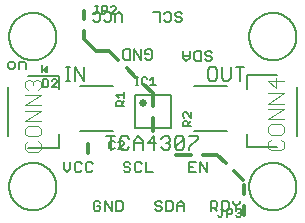
<source format=gbr>
G04 EAGLE Gerber RS-274X export*
G75*
%MOMM*%
%FSLAX34Y34*%
%LPD*%
%INSilkscreen Top*%
%IPPOS*%
%AMOC8*
5,1,8,0,0,1.08239X$1,22.5*%
G01*
%ADD10C,0.152400*%
%ADD11C,0.127000*%
%ADD12C,0.304800*%
%ADD13C,0.203200*%
%ADD14C,0.101600*%
%ADD15R,0.127000X0.762000*%
%ADD16C,0.650000*%

G36*
X37348Y121163D02*
X37348Y121163D01*
X37377Y121160D01*
X37469Y121180D01*
X37562Y121193D01*
X37589Y121206D01*
X37618Y121212D01*
X37698Y121260D01*
X37782Y121302D01*
X37803Y121323D01*
X37829Y121338D01*
X37890Y121410D01*
X37956Y121476D01*
X37969Y121502D01*
X37989Y121525D01*
X38024Y121612D01*
X38066Y121696D01*
X38070Y121726D01*
X38081Y121753D01*
X38099Y121920D01*
X38099Y127000D01*
X38094Y127029D01*
X38097Y127059D01*
X38075Y127150D01*
X38060Y127243D01*
X38046Y127269D01*
X38039Y127298D01*
X37988Y127377D01*
X37944Y127460D01*
X37923Y127481D01*
X37907Y127506D01*
X37834Y127565D01*
X37766Y127630D01*
X37739Y127642D01*
X37716Y127661D01*
X37628Y127694D01*
X37543Y127733D01*
X37513Y127736D01*
X37486Y127747D01*
X37392Y127750D01*
X37299Y127760D01*
X37269Y127754D01*
X37240Y127755D01*
X37150Y127728D01*
X37058Y127708D01*
X37033Y127693D01*
X37004Y127684D01*
X36862Y127594D01*
X33687Y125054D01*
X33618Y124977D01*
X33545Y124904D01*
X33536Y124887D01*
X33523Y124872D01*
X33481Y124776D01*
X33435Y124684D01*
X33433Y124664D01*
X33425Y124646D01*
X33416Y124543D01*
X33402Y124440D01*
X33406Y124421D01*
X33404Y124401D01*
X33429Y124300D01*
X33448Y124198D01*
X33458Y124181D01*
X33462Y124162D01*
X33518Y124075D01*
X33569Y123984D01*
X33586Y123967D01*
X33594Y123954D01*
X33619Y123934D01*
X33687Y123866D01*
X36862Y121326D01*
X36888Y121311D01*
X36910Y121291D01*
X36995Y121251D01*
X37077Y121205D01*
X37106Y121199D01*
X37133Y121187D01*
X37226Y121177D01*
X37318Y121159D01*
X37348Y121163D01*
G37*
D10*
X51499Y46235D02*
X51499Y40473D01*
X54380Y37592D01*
X57261Y40473D01*
X57261Y46235D01*
X65176Y46235D02*
X66617Y44795D01*
X65176Y46235D02*
X62295Y46235D01*
X60854Y44795D01*
X60854Y39033D01*
X62295Y37592D01*
X65176Y37592D01*
X66617Y39033D01*
X74531Y46235D02*
X75972Y44795D01*
X74531Y46235D02*
X71650Y46235D01*
X70210Y44795D01*
X70210Y39033D01*
X71650Y37592D01*
X74531Y37592D01*
X75972Y39033D01*
X81221Y13215D02*
X82661Y11775D01*
X81221Y13215D02*
X78340Y13215D01*
X76899Y11775D01*
X76899Y6013D01*
X78340Y4572D01*
X81221Y4572D01*
X82661Y6013D01*
X82661Y8894D01*
X79780Y8894D01*
X86254Y13215D02*
X86254Y4572D01*
X92017Y4572D02*
X86254Y13215D01*
X92017Y13215D02*
X92017Y4572D01*
X95610Y4572D02*
X95610Y13215D01*
X95610Y4572D02*
X99931Y4572D01*
X101372Y6013D01*
X101372Y11775D01*
X99931Y13215D01*
X95610Y13215D01*
X108061Y44795D02*
X106621Y46235D01*
X103740Y46235D01*
X102299Y44795D01*
X102299Y43354D01*
X103740Y41914D01*
X106621Y41914D01*
X108061Y40473D01*
X108061Y39033D01*
X106621Y37592D01*
X103740Y37592D01*
X102299Y39033D01*
X115976Y46235D02*
X117417Y44795D01*
X115976Y46235D02*
X113095Y46235D01*
X111654Y44795D01*
X111654Y39033D01*
X113095Y37592D01*
X115976Y37592D01*
X117417Y39033D01*
X121010Y37592D02*
X121010Y46235D01*
X121010Y37592D02*
X126772Y37592D01*
X133291Y13215D02*
X134731Y11775D01*
X133291Y13215D02*
X130410Y13215D01*
X128969Y11775D01*
X128969Y10334D01*
X130410Y8894D01*
X133291Y8894D01*
X134731Y7453D01*
X134731Y6013D01*
X133291Y4572D01*
X130410Y4572D01*
X128969Y6013D01*
X138324Y4572D02*
X138324Y13215D01*
X138324Y4572D02*
X142646Y4572D01*
X144087Y6013D01*
X144087Y11775D01*
X142646Y13215D01*
X138324Y13215D01*
X147680Y10334D02*
X147680Y4572D01*
X147680Y10334D02*
X150561Y13215D01*
X153442Y10334D01*
X153442Y4572D01*
X153442Y8894D02*
X147680Y8894D01*
D11*
X8894Y125095D02*
X5928Y125095D01*
X8894Y125095D02*
X10377Y126578D01*
X10377Y129544D01*
X8894Y131027D01*
X5928Y131027D01*
X4445Y129544D01*
X4445Y126578D01*
X5928Y125095D01*
X13800Y125095D02*
X13800Y131027D01*
X18249Y131027D01*
X19732Y129544D01*
X19732Y125095D01*
D10*
X100901Y164585D02*
X100901Y170347D01*
X98020Y173228D01*
X95139Y170347D01*
X95139Y164585D01*
X87224Y164585D02*
X85783Y166025D01*
X87224Y164585D02*
X90105Y164585D01*
X91546Y166025D01*
X91546Y171787D01*
X90105Y173228D01*
X87224Y173228D01*
X85783Y171787D01*
X77869Y164585D02*
X76428Y166025D01*
X77869Y164585D02*
X80750Y164585D01*
X82190Y166025D01*
X82190Y171787D01*
X80750Y173228D01*
X77869Y173228D01*
X76428Y171787D01*
X145939Y166025D02*
X147379Y164585D01*
X150260Y164585D01*
X151701Y166025D01*
X151701Y167466D01*
X150260Y168906D01*
X147379Y168906D01*
X145939Y170347D01*
X145939Y171787D01*
X147379Y173228D01*
X150260Y173228D01*
X151701Y171787D01*
X138024Y164585D02*
X136583Y166025D01*
X138024Y164585D02*
X140905Y164585D01*
X142346Y166025D01*
X142346Y171787D01*
X140905Y173228D01*
X138024Y173228D01*
X136583Y171787D01*
X132990Y173228D02*
X132990Y164585D01*
X132990Y173228D02*
X127228Y173228D01*
X171339Y133005D02*
X172779Y131565D01*
X175660Y131565D01*
X177101Y133005D01*
X177101Y134446D01*
X175660Y135886D01*
X172779Y135886D01*
X171339Y137327D01*
X171339Y138767D01*
X172779Y140208D01*
X175660Y140208D01*
X177101Y138767D01*
X167746Y140208D02*
X167746Y131565D01*
X167746Y140208D02*
X163424Y140208D01*
X161983Y138767D01*
X161983Y133005D01*
X163424Y131565D01*
X167746Y131565D01*
X158390Y134446D02*
X158390Y140208D01*
X158390Y134446D02*
X155509Y131565D01*
X152628Y134446D01*
X152628Y140208D01*
X152628Y135886D02*
X158390Y135886D01*
X121979Y132835D02*
X120539Y134275D01*
X121979Y132835D02*
X124860Y132835D01*
X126301Y134275D01*
X126301Y140037D01*
X124860Y141478D01*
X121979Y141478D01*
X120539Y140037D01*
X120539Y137156D01*
X123420Y137156D01*
X116946Y132835D02*
X116946Y141478D01*
X111183Y141478D02*
X116946Y132835D01*
X111183Y132835D02*
X111183Y141478D01*
X107590Y141478D02*
X107590Y132835D01*
X107590Y141478D02*
X103269Y141478D01*
X101828Y140037D01*
X101828Y134275D01*
X103269Y132835D01*
X107590Y132835D01*
X91197Y67828D02*
X91197Y56642D01*
X94925Y67828D02*
X87468Y67828D01*
X104755Y67828D02*
X106619Y65963D01*
X104755Y67828D02*
X101026Y67828D01*
X99162Y65963D01*
X99162Y58506D01*
X101026Y56642D01*
X104755Y56642D01*
X106619Y58506D01*
X110856Y56642D02*
X110856Y64099D01*
X114584Y67828D01*
X118313Y64099D01*
X118313Y56642D01*
X118313Y62235D02*
X110856Y62235D01*
X128143Y56642D02*
X128143Y67828D01*
X122550Y62235D01*
X130007Y62235D01*
X134244Y65963D02*
X136108Y67828D01*
X139837Y67828D01*
X141701Y65963D01*
X141701Y64099D01*
X139837Y62235D01*
X137972Y62235D01*
X139837Y62235D02*
X141701Y60371D01*
X141701Y58506D01*
X139837Y56642D01*
X136108Y56642D01*
X134244Y58506D01*
X145938Y58506D02*
X145938Y65963D01*
X147802Y67828D01*
X151531Y67828D01*
X153395Y65963D01*
X153395Y58506D01*
X151531Y56642D01*
X147802Y56642D01*
X145938Y58506D01*
X153395Y65963D01*
X157632Y67828D02*
X165089Y67828D01*
X165089Y65963D01*
X157632Y58506D01*
X157632Y56642D01*
D12*
X68580Y166925D02*
X68580Y173990D01*
X68580Y156925D02*
X68580Y149860D01*
X78740Y139700D01*
X90170Y139700D01*
X97651Y132477D01*
X104845Y125531D02*
X112325Y118309D01*
X119519Y111363D02*
X127000Y104140D01*
X127000Y93265D01*
X127000Y83265D02*
X127000Y72390D01*
X146685Y52070D02*
X159148Y52070D01*
X169148Y52070D02*
X181610Y52070D01*
X188817Y45075D01*
X195993Y38110D02*
X203200Y31115D01*
D10*
X163539Y46235D02*
X157777Y46235D01*
X157777Y37592D01*
X163539Y37592D01*
X160658Y41914D02*
X157777Y41914D01*
X167132Y46235D02*
X167132Y37592D01*
X172894Y37592D02*
X167132Y46235D01*
X172894Y46235D02*
X172894Y37592D01*
X175959Y13215D02*
X175959Y4572D01*
X175959Y13215D02*
X180281Y13215D01*
X181721Y11775D01*
X181721Y8894D01*
X180281Y7453D01*
X175959Y7453D01*
X178840Y7453D02*
X181721Y4572D01*
X185314Y4572D02*
X185314Y13215D01*
X185314Y4572D02*
X189636Y4572D01*
X191077Y6013D01*
X191077Y11775D01*
X189636Y13215D01*
X185314Y13215D01*
X194670Y13215D02*
X194670Y11775D01*
X197551Y8894D01*
X200432Y11775D01*
X200432Y13215D01*
X197551Y8894D02*
X197551Y4572D01*
X56976Y115062D02*
X53247Y115062D01*
X55111Y115062D02*
X55111Y126248D01*
X53247Y126248D02*
X56976Y126248D01*
X61043Y126248D02*
X61043Y115062D01*
X68500Y115062D02*
X61043Y126248D01*
X68500Y126248D02*
X68500Y115062D01*
X175585Y126248D02*
X179314Y126248D01*
X175585Y126248D02*
X173721Y124383D01*
X173721Y116926D01*
X175585Y115062D01*
X179314Y115062D01*
X181178Y116926D01*
X181178Y124383D01*
X179314Y126248D01*
X185415Y126248D02*
X185415Y116926D01*
X187279Y115062D01*
X191008Y115062D01*
X192872Y116926D01*
X192872Y126248D01*
X200837Y126248D02*
X200837Y115062D01*
X197109Y126248D02*
X204566Y126248D01*
D12*
X204470Y26670D02*
X204470Y18970D01*
X204470Y8970D02*
X204470Y1270D01*
D13*
X5400Y152400D02*
X5406Y152891D01*
X5424Y153381D01*
X5454Y153871D01*
X5496Y154360D01*
X5550Y154848D01*
X5616Y155335D01*
X5694Y155819D01*
X5784Y156302D01*
X5886Y156782D01*
X5999Y157260D01*
X6124Y157734D01*
X6261Y158206D01*
X6409Y158674D01*
X6569Y159138D01*
X6740Y159598D01*
X6922Y160054D01*
X7116Y160505D01*
X7320Y160951D01*
X7536Y161392D01*
X7762Y161828D01*
X7998Y162258D01*
X8245Y162682D01*
X8503Y163100D01*
X8771Y163511D01*
X9048Y163916D01*
X9336Y164314D01*
X9633Y164705D01*
X9940Y165088D01*
X10256Y165463D01*
X10581Y165831D01*
X10915Y166191D01*
X11258Y166542D01*
X11609Y166885D01*
X11969Y167219D01*
X12337Y167544D01*
X12712Y167860D01*
X13095Y168167D01*
X13486Y168464D01*
X13884Y168752D01*
X14289Y169029D01*
X14700Y169297D01*
X15118Y169555D01*
X15542Y169802D01*
X15972Y170038D01*
X16408Y170264D01*
X16849Y170480D01*
X17295Y170684D01*
X17746Y170878D01*
X18202Y171060D01*
X18662Y171231D01*
X19126Y171391D01*
X19594Y171539D01*
X20066Y171676D01*
X20540Y171801D01*
X21018Y171914D01*
X21498Y172016D01*
X21981Y172106D01*
X22465Y172184D01*
X22952Y172250D01*
X23440Y172304D01*
X23929Y172346D01*
X24419Y172376D01*
X24909Y172394D01*
X25400Y172400D01*
X25891Y172394D01*
X26381Y172376D01*
X26871Y172346D01*
X27360Y172304D01*
X27848Y172250D01*
X28335Y172184D01*
X28819Y172106D01*
X29302Y172016D01*
X29782Y171914D01*
X30260Y171801D01*
X30734Y171676D01*
X31206Y171539D01*
X31674Y171391D01*
X32138Y171231D01*
X32598Y171060D01*
X33054Y170878D01*
X33505Y170684D01*
X33951Y170480D01*
X34392Y170264D01*
X34828Y170038D01*
X35258Y169802D01*
X35682Y169555D01*
X36100Y169297D01*
X36511Y169029D01*
X36916Y168752D01*
X37314Y168464D01*
X37705Y168167D01*
X38088Y167860D01*
X38463Y167544D01*
X38831Y167219D01*
X39191Y166885D01*
X39542Y166542D01*
X39885Y166191D01*
X40219Y165831D01*
X40544Y165463D01*
X40860Y165088D01*
X41167Y164705D01*
X41464Y164314D01*
X41752Y163916D01*
X42029Y163511D01*
X42297Y163100D01*
X42555Y162682D01*
X42802Y162258D01*
X43038Y161828D01*
X43264Y161392D01*
X43480Y160951D01*
X43684Y160505D01*
X43878Y160054D01*
X44060Y159598D01*
X44231Y159138D01*
X44391Y158674D01*
X44539Y158206D01*
X44676Y157734D01*
X44801Y157260D01*
X44914Y156782D01*
X45016Y156302D01*
X45106Y155819D01*
X45184Y155335D01*
X45250Y154848D01*
X45304Y154360D01*
X45346Y153871D01*
X45376Y153381D01*
X45394Y152891D01*
X45400Y152400D01*
X45394Y151909D01*
X45376Y151419D01*
X45346Y150929D01*
X45304Y150440D01*
X45250Y149952D01*
X45184Y149465D01*
X45106Y148981D01*
X45016Y148498D01*
X44914Y148018D01*
X44801Y147540D01*
X44676Y147066D01*
X44539Y146594D01*
X44391Y146126D01*
X44231Y145662D01*
X44060Y145202D01*
X43878Y144746D01*
X43684Y144295D01*
X43480Y143849D01*
X43264Y143408D01*
X43038Y142972D01*
X42802Y142542D01*
X42555Y142118D01*
X42297Y141700D01*
X42029Y141289D01*
X41752Y140884D01*
X41464Y140486D01*
X41167Y140095D01*
X40860Y139712D01*
X40544Y139337D01*
X40219Y138969D01*
X39885Y138609D01*
X39542Y138258D01*
X39191Y137915D01*
X38831Y137581D01*
X38463Y137256D01*
X38088Y136940D01*
X37705Y136633D01*
X37314Y136336D01*
X36916Y136048D01*
X36511Y135771D01*
X36100Y135503D01*
X35682Y135245D01*
X35258Y134998D01*
X34828Y134762D01*
X34392Y134536D01*
X33951Y134320D01*
X33505Y134116D01*
X33054Y133922D01*
X32598Y133740D01*
X32138Y133569D01*
X31674Y133409D01*
X31206Y133261D01*
X30734Y133124D01*
X30260Y132999D01*
X29782Y132886D01*
X29302Y132784D01*
X28819Y132694D01*
X28335Y132616D01*
X27848Y132550D01*
X27360Y132496D01*
X26871Y132454D01*
X26381Y132424D01*
X25891Y132406D01*
X25400Y132400D01*
X24909Y132406D01*
X24419Y132424D01*
X23929Y132454D01*
X23440Y132496D01*
X22952Y132550D01*
X22465Y132616D01*
X21981Y132694D01*
X21498Y132784D01*
X21018Y132886D01*
X20540Y132999D01*
X20066Y133124D01*
X19594Y133261D01*
X19126Y133409D01*
X18662Y133569D01*
X18202Y133740D01*
X17746Y133922D01*
X17295Y134116D01*
X16849Y134320D01*
X16408Y134536D01*
X15972Y134762D01*
X15542Y134998D01*
X15118Y135245D01*
X14700Y135503D01*
X14289Y135771D01*
X13884Y136048D01*
X13486Y136336D01*
X13095Y136633D01*
X12712Y136940D01*
X12337Y137256D01*
X11969Y137581D01*
X11609Y137915D01*
X11258Y138258D01*
X10915Y138609D01*
X10581Y138969D01*
X10256Y139337D01*
X9940Y139712D01*
X9633Y140095D01*
X9336Y140486D01*
X9048Y140884D01*
X8771Y141289D01*
X8503Y141700D01*
X8245Y142118D01*
X7998Y142542D01*
X7762Y142972D01*
X7536Y143408D01*
X7320Y143849D01*
X7116Y144295D01*
X6922Y144746D01*
X6740Y145202D01*
X6569Y145662D01*
X6409Y146126D01*
X6261Y146594D01*
X6124Y147066D01*
X5999Y147540D01*
X5886Y148018D01*
X5784Y148498D01*
X5694Y148981D01*
X5616Y149465D01*
X5550Y149952D01*
X5496Y150440D01*
X5454Y150929D01*
X5424Y151419D01*
X5406Y151909D01*
X5400Y152400D01*
X208600Y152400D02*
X208606Y152891D01*
X208624Y153381D01*
X208654Y153871D01*
X208696Y154360D01*
X208750Y154848D01*
X208816Y155335D01*
X208894Y155819D01*
X208984Y156302D01*
X209086Y156782D01*
X209199Y157260D01*
X209324Y157734D01*
X209461Y158206D01*
X209609Y158674D01*
X209769Y159138D01*
X209940Y159598D01*
X210122Y160054D01*
X210316Y160505D01*
X210520Y160951D01*
X210736Y161392D01*
X210962Y161828D01*
X211198Y162258D01*
X211445Y162682D01*
X211703Y163100D01*
X211971Y163511D01*
X212248Y163916D01*
X212536Y164314D01*
X212833Y164705D01*
X213140Y165088D01*
X213456Y165463D01*
X213781Y165831D01*
X214115Y166191D01*
X214458Y166542D01*
X214809Y166885D01*
X215169Y167219D01*
X215537Y167544D01*
X215912Y167860D01*
X216295Y168167D01*
X216686Y168464D01*
X217084Y168752D01*
X217489Y169029D01*
X217900Y169297D01*
X218318Y169555D01*
X218742Y169802D01*
X219172Y170038D01*
X219608Y170264D01*
X220049Y170480D01*
X220495Y170684D01*
X220946Y170878D01*
X221402Y171060D01*
X221862Y171231D01*
X222326Y171391D01*
X222794Y171539D01*
X223266Y171676D01*
X223740Y171801D01*
X224218Y171914D01*
X224698Y172016D01*
X225181Y172106D01*
X225665Y172184D01*
X226152Y172250D01*
X226640Y172304D01*
X227129Y172346D01*
X227619Y172376D01*
X228109Y172394D01*
X228600Y172400D01*
X229091Y172394D01*
X229581Y172376D01*
X230071Y172346D01*
X230560Y172304D01*
X231048Y172250D01*
X231535Y172184D01*
X232019Y172106D01*
X232502Y172016D01*
X232982Y171914D01*
X233460Y171801D01*
X233934Y171676D01*
X234406Y171539D01*
X234874Y171391D01*
X235338Y171231D01*
X235798Y171060D01*
X236254Y170878D01*
X236705Y170684D01*
X237151Y170480D01*
X237592Y170264D01*
X238028Y170038D01*
X238458Y169802D01*
X238882Y169555D01*
X239300Y169297D01*
X239711Y169029D01*
X240116Y168752D01*
X240514Y168464D01*
X240905Y168167D01*
X241288Y167860D01*
X241663Y167544D01*
X242031Y167219D01*
X242391Y166885D01*
X242742Y166542D01*
X243085Y166191D01*
X243419Y165831D01*
X243744Y165463D01*
X244060Y165088D01*
X244367Y164705D01*
X244664Y164314D01*
X244952Y163916D01*
X245229Y163511D01*
X245497Y163100D01*
X245755Y162682D01*
X246002Y162258D01*
X246238Y161828D01*
X246464Y161392D01*
X246680Y160951D01*
X246884Y160505D01*
X247078Y160054D01*
X247260Y159598D01*
X247431Y159138D01*
X247591Y158674D01*
X247739Y158206D01*
X247876Y157734D01*
X248001Y157260D01*
X248114Y156782D01*
X248216Y156302D01*
X248306Y155819D01*
X248384Y155335D01*
X248450Y154848D01*
X248504Y154360D01*
X248546Y153871D01*
X248576Y153381D01*
X248594Y152891D01*
X248600Y152400D01*
X248594Y151909D01*
X248576Y151419D01*
X248546Y150929D01*
X248504Y150440D01*
X248450Y149952D01*
X248384Y149465D01*
X248306Y148981D01*
X248216Y148498D01*
X248114Y148018D01*
X248001Y147540D01*
X247876Y147066D01*
X247739Y146594D01*
X247591Y146126D01*
X247431Y145662D01*
X247260Y145202D01*
X247078Y144746D01*
X246884Y144295D01*
X246680Y143849D01*
X246464Y143408D01*
X246238Y142972D01*
X246002Y142542D01*
X245755Y142118D01*
X245497Y141700D01*
X245229Y141289D01*
X244952Y140884D01*
X244664Y140486D01*
X244367Y140095D01*
X244060Y139712D01*
X243744Y139337D01*
X243419Y138969D01*
X243085Y138609D01*
X242742Y138258D01*
X242391Y137915D01*
X242031Y137581D01*
X241663Y137256D01*
X241288Y136940D01*
X240905Y136633D01*
X240514Y136336D01*
X240116Y136048D01*
X239711Y135771D01*
X239300Y135503D01*
X238882Y135245D01*
X238458Y134998D01*
X238028Y134762D01*
X237592Y134536D01*
X237151Y134320D01*
X236705Y134116D01*
X236254Y133922D01*
X235798Y133740D01*
X235338Y133569D01*
X234874Y133409D01*
X234406Y133261D01*
X233934Y133124D01*
X233460Y132999D01*
X232982Y132886D01*
X232502Y132784D01*
X232019Y132694D01*
X231535Y132616D01*
X231048Y132550D01*
X230560Y132496D01*
X230071Y132454D01*
X229581Y132424D01*
X229091Y132406D01*
X228600Y132400D01*
X228109Y132406D01*
X227619Y132424D01*
X227129Y132454D01*
X226640Y132496D01*
X226152Y132550D01*
X225665Y132616D01*
X225181Y132694D01*
X224698Y132784D01*
X224218Y132886D01*
X223740Y132999D01*
X223266Y133124D01*
X222794Y133261D01*
X222326Y133409D01*
X221862Y133569D01*
X221402Y133740D01*
X220946Y133922D01*
X220495Y134116D01*
X220049Y134320D01*
X219608Y134536D01*
X219172Y134762D01*
X218742Y134998D01*
X218318Y135245D01*
X217900Y135503D01*
X217489Y135771D01*
X217084Y136048D01*
X216686Y136336D01*
X216295Y136633D01*
X215912Y136940D01*
X215537Y137256D01*
X215169Y137581D01*
X214809Y137915D01*
X214458Y138258D01*
X214115Y138609D01*
X213781Y138969D01*
X213456Y139337D01*
X213140Y139712D01*
X212833Y140095D01*
X212536Y140486D01*
X212248Y140884D01*
X211971Y141289D01*
X211703Y141700D01*
X211445Y142118D01*
X211198Y142542D01*
X210962Y142972D01*
X210736Y143408D01*
X210520Y143849D01*
X210316Y144295D01*
X210122Y144746D01*
X209940Y145202D01*
X209769Y145662D01*
X209609Y146126D01*
X209461Y146594D01*
X209324Y147066D01*
X209199Y147540D01*
X209086Y148018D01*
X208984Y148498D01*
X208894Y148981D01*
X208816Y149465D01*
X208750Y149952D01*
X208696Y150440D01*
X208654Y150929D01*
X208624Y151419D01*
X208606Y151909D01*
X208600Y152400D01*
D10*
X47540Y118900D02*
X21540Y118900D01*
X47540Y118900D02*
X47540Y107900D01*
X47540Y69900D02*
X47540Y57900D01*
X21540Y57900D01*
X4540Y67900D02*
X4540Y109900D01*
D14*
X21060Y63495D02*
X18857Y61291D01*
X18857Y56885D01*
X21060Y54682D01*
X29873Y54682D01*
X32076Y56885D01*
X32076Y61291D01*
X29873Y63495D01*
X18857Y69982D02*
X18857Y74389D01*
X18857Y69982D02*
X21060Y67779D01*
X29873Y67779D01*
X32076Y69982D01*
X32076Y74389D01*
X29873Y76592D01*
X21060Y76592D01*
X18857Y74389D01*
X18857Y80876D02*
X32076Y80876D01*
X32076Y89689D02*
X18857Y80876D01*
X18857Y89689D02*
X32076Y89689D01*
X32076Y93973D02*
X18857Y93973D01*
X32076Y102786D01*
X18857Y102786D01*
X21060Y107071D02*
X18857Y109274D01*
X18857Y113680D01*
X21060Y115884D01*
X23263Y115884D01*
X25466Y113680D01*
X25466Y111477D01*
X25466Y113680D02*
X27670Y115884D01*
X29873Y115884D01*
X32076Y113680D01*
X32076Y109274D01*
X29873Y107071D01*
D10*
X206460Y58900D02*
X232460Y58900D01*
X206460Y58900D02*
X206460Y69900D01*
X206460Y107900D02*
X206460Y119900D01*
X232460Y119900D01*
X249460Y109900D02*
X249460Y67900D01*
D14*
X226656Y64921D02*
X224453Y62718D01*
X224453Y58311D01*
X226656Y56108D01*
X235469Y56108D01*
X237672Y58311D01*
X237672Y62718D01*
X235469Y64921D01*
X224453Y71408D02*
X224453Y75815D01*
X224453Y71408D02*
X226656Y69205D01*
X235469Y69205D01*
X237672Y71408D01*
X237672Y75815D01*
X235469Y78018D01*
X226656Y78018D01*
X224453Y75815D01*
X224453Y82303D02*
X237672Y82303D01*
X237672Y91115D02*
X224453Y82303D01*
X224453Y91115D02*
X237672Y91115D01*
X237672Y95400D02*
X224453Y95400D01*
X237672Y104213D01*
X224453Y104213D01*
X224453Y115107D02*
X237672Y115107D01*
X231062Y108497D02*
X224453Y115107D01*
X231062Y117310D02*
X231062Y108497D01*
D13*
X5400Y25400D02*
X5406Y25891D01*
X5424Y26381D01*
X5454Y26871D01*
X5496Y27360D01*
X5550Y27848D01*
X5616Y28335D01*
X5694Y28819D01*
X5784Y29302D01*
X5886Y29782D01*
X5999Y30260D01*
X6124Y30734D01*
X6261Y31206D01*
X6409Y31674D01*
X6569Y32138D01*
X6740Y32598D01*
X6922Y33054D01*
X7116Y33505D01*
X7320Y33951D01*
X7536Y34392D01*
X7762Y34828D01*
X7998Y35258D01*
X8245Y35682D01*
X8503Y36100D01*
X8771Y36511D01*
X9048Y36916D01*
X9336Y37314D01*
X9633Y37705D01*
X9940Y38088D01*
X10256Y38463D01*
X10581Y38831D01*
X10915Y39191D01*
X11258Y39542D01*
X11609Y39885D01*
X11969Y40219D01*
X12337Y40544D01*
X12712Y40860D01*
X13095Y41167D01*
X13486Y41464D01*
X13884Y41752D01*
X14289Y42029D01*
X14700Y42297D01*
X15118Y42555D01*
X15542Y42802D01*
X15972Y43038D01*
X16408Y43264D01*
X16849Y43480D01*
X17295Y43684D01*
X17746Y43878D01*
X18202Y44060D01*
X18662Y44231D01*
X19126Y44391D01*
X19594Y44539D01*
X20066Y44676D01*
X20540Y44801D01*
X21018Y44914D01*
X21498Y45016D01*
X21981Y45106D01*
X22465Y45184D01*
X22952Y45250D01*
X23440Y45304D01*
X23929Y45346D01*
X24419Y45376D01*
X24909Y45394D01*
X25400Y45400D01*
X25891Y45394D01*
X26381Y45376D01*
X26871Y45346D01*
X27360Y45304D01*
X27848Y45250D01*
X28335Y45184D01*
X28819Y45106D01*
X29302Y45016D01*
X29782Y44914D01*
X30260Y44801D01*
X30734Y44676D01*
X31206Y44539D01*
X31674Y44391D01*
X32138Y44231D01*
X32598Y44060D01*
X33054Y43878D01*
X33505Y43684D01*
X33951Y43480D01*
X34392Y43264D01*
X34828Y43038D01*
X35258Y42802D01*
X35682Y42555D01*
X36100Y42297D01*
X36511Y42029D01*
X36916Y41752D01*
X37314Y41464D01*
X37705Y41167D01*
X38088Y40860D01*
X38463Y40544D01*
X38831Y40219D01*
X39191Y39885D01*
X39542Y39542D01*
X39885Y39191D01*
X40219Y38831D01*
X40544Y38463D01*
X40860Y38088D01*
X41167Y37705D01*
X41464Y37314D01*
X41752Y36916D01*
X42029Y36511D01*
X42297Y36100D01*
X42555Y35682D01*
X42802Y35258D01*
X43038Y34828D01*
X43264Y34392D01*
X43480Y33951D01*
X43684Y33505D01*
X43878Y33054D01*
X44060Y32598D01*
X44231Y32138D01*
X44391Y31674D01*
X44539Y31206D01*
X44676Y30734D01*
X44801Y30260D01*
X44914Y29782D01*
X45016Y29302D01*
X45106Y28819D01*
X45184Y28335D01*
X45250Y27848D01*
X45304Y27360D01*
X45346Y26871D01*
X45376Y26381D01*
X45394Y25891D01*
X45400Y25400D01*
X45394Y24909D01*
X45376Y24419D01*
X45346Y23929D01*
X45304Y23440D01*
X45250Y22952D01*
X45184Y22465D01*
X45106Y21981D01*
X45016Y21498D01*
X44914Y21018D01*
X44801Y20540D01*
X44676Y20066D01*
X44539Y19594D01*
X44391Y19126D01*
X44231Y18662D01*
X44060Y18202D01*
X43878Y17746D01*
X43684Y17295D01*
X43480Y16849D01*
X43264Y16408D01*
X43038Y15972D01*
X42802Y15542D01*
X42555Y15118D01*
X42297Y14700D01*
X42029Y14289D01*
X41752Y13884D01*
X41464Y13486D01*
X41167Y13095D01*
X40860Y12712D01*
X40544Y12337D01*
X40219Y11969D01*
X39885Y11609D01*
X39542Y11258D01*
X39191Y10915D01*
X38831Y10581D01*
X38463Y10256D01*
X38088Y9940D01*
X37705Y9633D01*
X37314Y9336D01*
X36916Y9048D01*
X36511Y8771D01*
X36100Y8503D01*
X35682Y8245D01*
X35258Y7998D01*
X34828Y7762D01*
X34392Y7536D01*
X33951Y7320D01*
X33505Y7116D01*
X33054Y6922D01*
X32598Y6740D01*
X32138Y6569D01*
X31674Y6409D01*
X31206Y6261D01*
X30734Y6124D01*
X30260Y5999D01*
X29782Y5886D01*
X29302Y5784D01*
X28819Y5694D01*
X28335Y5616D01*
X27848Y5550D01*
X27360Y5496D01*
X26871Y5454D01*
X26381Y5424D01*
X25891Y5406D01*
X25400Y5400D01*
X24909Y5406D01*
X24419Y5424D01*
X23929Y5454D01*
X23440Y5496D01*
X22952Y5550D01*
X22465Y5616D01*
X21981Y5694D01*
X21498Y5784D01*
X21018Y5886D01*
X20540Y5999D01*
X20066Y6124D01*
X19594Y6261D01*
X19126Y6409D01*
X18662Y6569D01*
X18202Y6740D01*
X17746Y6922D01*
X17295Y7116D01*
X16849Y7320D01*
X16408Y7536D01*
X15972Y7762D01*
X15542Y7998D01*
X15118Y8245D01*
X14700Y8503D01*
X14289Y8771D01*
X13884Y9048D01*
X13486Y9336D01*
X13095Y9633D01*
X12712Y9940D01*
X12337Y10256D01*
X11969Y10581D01*
X11609Y10915D01*
X11258Y11258D01*
X10915Y11609D01*
X10581Y11969D01*
X10256Y12337D01*
X9940Y12712D01*
X9633Y13095D01*
X9336Y13486D01*
X9048Y13884D01*
X8771Y14289D01*
X8503Y14700D01*
X8245Y15118D01*
X7998Y15542D01*
X7762Y15972D01*
X7536Y16408D01*
X7320Y16849D01*
X7116Y17295D01*
X6922Y17746D01*
X6740Y18202D01*
X6569Y18662D01*
X6409Y19126D01*
X6261Y19594D01*
X6124Y20066D01*
X5999Y20540D01*
X5886Y21018D01*
X5784Y21498D01*
X5694Y21981D01*
X5616Y22465D01*
X5550Y22952D01*
X5496Y23440D01*
X5454Y23929D01*
X5424Y24419D01*
X5406Y24909D01*
X5400Y25400D01*
X208600Y25400D02*
X208606Y25891D01*
X208624Y26381D01*
X208654Y26871D01*
X208696Y27360D01*
X208750Y27848D01*
X208816Y28335D01*
X208894Y28819D01*
X208984Y29302D01*
X209086Y29782D01*
X209199Y30260D01*
X209324Y30734D01*
X209461Y31206D01*
X209609Y31674D01*
X209769Y32138D01*
X209940Y32598D01*
X210122Y33054D01*
X210316Y33505D01*
X210520Y33951D01*
X210736Y34392D01*
X210962Y34828D01*
X211198Y35258D01*
X211445Y35682D01*
X211703Y36100D01*
X211971Y36511D01*
X212248Y36916D01*
X212536Y37314D01*
X212833Y37705D01*
X213140Y38088D01*
X213456Y38463D01*
X213781Y38831D01*
X214115Y39191D01*
X214458Y39542D01*
X214809Y39885D01*
X215169Y40219D01*
X215537Y40544D01*
X215912Y40860D01*
X216295Y41167D01*
X216686Y41464D01*
X217084Y41752D01*
X217489Y42029D01*
X217900Y42297D01*
X218318Y42555D01*
X218742Y42802D01*
X219172Y43038D01*
X219608Y43264D01*
X220049Y43480D01*
X220495Y43684D01*
X220946Y43878D01*
X221402Y44060D01*
X221862Y44231D01*
X222326Y44391D01*
X222794Y44539D01*
X223266Y44676D01*
X223740Y44801D01*
X224218Y44914D01*
X224698Y45016D01*
X225181Y45106D01*
X225665Y45184D01*
X226152Y45250D01*
X226640Y45304D01*
X227129Y45346D01*
X227619Y45376D01*
X228109Y45394D01*
X228600Y45400D01*
X229091Y45394D01*
X229581Y45376D01*
X230071Y45346D01*
X230560Y45304D01*
X231048Y45250D01*
X231535Y45184D01*
X232019Y45106D01*
X232502Y45016D01*
X232982Y44914D01*
X233460Y44801D01*
X233934Y44676D01*
X234406Y44539D01*
X234874Y44391D01*
X235338Y44231D01*
X235798Y44060D01*
X236254Y43878D01*
X236705Y43684D01*
X237151Y43480D01*
X237592Y43264D01*
X238028Y43038D01*
X238458Y42802D01*
X238882Y42555D01*
X239300Y42297D01*
X239711Y42029D01*
X240116Y41752D01*
X240514Y41464D01*
X240905Y41167D01*
X241288Y40860D01*
X241663Y40544D01*
X242031Y40219D01*
X242391Y39885D01*
X242742Y39542D01*
X243085Y39191D01*
X243419Y38831D01*
X243744Y38463D01*
X244060Y38088D01*
X244367Y37705D01*
X244664Y37314D01*
X244952Y36916D01*
X245229Y36511D01*
X245497Y36100D01*
X245755Y35682D01*
X246002Y35258D01*
X246238Y34828D01*
X246464Y34392D01*
X246680Y33951D01*
X246884Y33505D01*
X247078Y33054D01*
X247260Y32598D01*
X247431Y32138D01*
X247591Y31674D01*
X247739Y31206D01*
X247876Y30734D01*
X248001Y30260D01*
X248114Y29782D01*
X248216Y29302D01*
X248306Y28819D01*
X248384Y28335D01*
X248450Y27848D01*
X248504Y27360D01*
X248546Y26871D01*
X248576Y26381D01*
X248594Y25891D01*
X248600Y25400D01*
X248594Y24909D01*
X248576Y24419D01*
X248546Y23929D01*
X248504Y23440D01*
X248450Y22952D01*
X248384Y22465D01*
X248306Y21981D01*
X248216Y21498D01*
X248114Y21018D01*
X248001Y20540D01*
X247876Y20066D01*
X247739Y19594D01*
X247591Y19126D01*
X247431Y18662D01*
X247260Y18202D01*
X247078Y17746D01*
X246884Y17295D01*
X246680Y16849D01*
X246464Y16408D01*
X246238Y15972D01*
X246002Y15542D01*
X245755Y15118D01*
X245497Y14700D01*
X245229Y14289D01*
X244952Y13884D01*
X244664Y13486D01*
X244367Y13095D01*
X244060Y12712D01*
X243744Y12337D01*
X243419Y11969D01*
X243085Y11609D01*
X242742Y11258D01*
X242391Y10915D01*
X242031Y10581D01*
X241663Y10256D01*
X241288Y9940D01*
X240905Y9633D01*
X240514Y9336D01*
X240116Y9048D01*
X239711Y8771D01*
X239300Y8503D01*
X238882Y8245D01*
X238458Y7998D01*
X238028Y7762D01*
X237592Y7536D01*
X237151Y7320D01*
X236705Y7116D01*
X236254Y6922D01*
X235798Y6740D01*
X235338Y6569D01*
X234874Y6409D01*
X234406Y6261D01*
X233934Y6124D01*
X233460Y5999D01*
X232982Y5886D01*
X232502Y5784D01*
X232019Y5694D01*
X231535Y5616D01*
X231048Y5550D01*
X230560Y5496D01*
X230071Y5454D01*
X229581Y5424D01*
X229091Y5406D01*
X228600Y5400D01*
X228109Y5406D01*
X227619Y5424D01*
X227129Y5454D01*
X226640Y5496D01*
X226152Y5550D01*
X225665Y5616D01*
X225181Y5694D01*
X224698Y5784D01*
X224218Y5886D01*
X223740Y5999D01*
X223266Y6124D01*
X222794Y6261D01*
X222326Y6409D01*
X221862Y6569D01*
X221402Y6740D01*
X220946Y6922D01*
X220495Y7116D01*
X220049Y7320D01*
X219608Y7536D01*
X219172Y7762D01*
X218742Y7998D01*
X218318Y8245D01*
X217900Y8503D01*
X217489Y8771D01*
X217084Y9048D01*
X216686Y9336D01*
X216295Y9633D01*
X215912Y9940D01*
X215537Y10256D01*
X215169Y10581D01*
X214809Y10915D01*
X214458Y11258D01*
X214115Y11609D01*
X213781Y11969D01*
X213456Y12337D01*
X213140Y12712D01*
X212833Y13095D01*
X212536Y13486D01*
X212248Y13884D01*
X211971Y14289D01*
X211703Y14700D01*
X211445Y15118D01*
X211198Y15542D01*
X210962Y15972D01*
X210736Y16408D01*
X210520Y16849D01*
X210316Y17295D01*
X210122Y17746D01*
X209940Y18202D01*
X209769Y18662D01*
X209609Y19126D01*
X209461Y19594D01*
X209324Y20066D01*
X209199Y20540D01*
X209086Y21018D01*
X208984Y21498D01*
X208894Y21981D01*
X208816Y22465D01*
X208750Y22952D01*
X208696Y23440D01*
X208654Y23929D01*
X208624Y24419D01*
X208606Y24909D01*
X208600Y25400D01*
D10*
X77302Y171450D02*
X76200Y172552D01*
X77302Y171450D02*
X78403Y171450D01*
X79505Y172552D01*
X79505Y178060D01*
X80606Y178060D02*
X78403Y178060D01*
X83684Y178060D02*
X83684Y171450D01*
X83684Y178060D02*
X86989Y178060D01*
X88091Y176958D01*
X88091Y174755D01*
X86989Y173653D01*
X83684Y173653D01*
X91168Y171450D02*
X95575Y171450D01*
X95575Y175856D02*
X91168Y171450D01*
X95575Y175856D02*
X95575Y176958D01*
X94473Y178060D01*
X92270Y178060D01*
X91168Y176958D01*
D12*
X71755Y61785D02*
X71755Y53785D01*
D10*
X93602Y63887D02*
X94703Y62785D01*
X93602Y63887D02*
X91399Y63887D01*
X90297Y62785D01*
X90297Y58379D01*
X91399Y57277D01*
X93602Y57277D01*
X94703Y58379D01*
X97781Y57277D02*
X102188Y57277D01*
X102188Y61683D02*
X97781Y57277D01*
X102188Y61683D02*
X102188Y62785D01*
X101086Y63887D01*
X98883Y63887D01*
X97781Y62785D01*
D15*
X33528Y124460D03*
D10*
X34054Y116084D02*
X34054Y109474D01*
X37359Y109474D01*
X38460Y110576D01*
X38460Y114982D01*
X37359Y116084D01*
X34054Y116084D01*
X41538Y109474D02*
X45944Y109474D01*
X41538Y109474D02*
X45944Y113880D01*
X45944Y114982D01*
X44843Y116084D01*
X42639Y116084D01*
X41538Y114982D01*
D13*
X65375Y72440D02*
X93375Y72440D01*
X93375Y110440D02*
X65375Y110440D01*
D10*
X96131Y93234D02*
X102741Y93234D01*
X96131Y93234D02*
X96131Y96539D01*
X97233Y97640D01*
X99436Y97640D01*
X100538Y96539D01*
X100538Y93234D01*
X100538Y95437D02*
X102741Y97640D01*
X98335Y100718D02*
X96131Y102921D01*
X102741Y102921D01*
X102741Y100718D02*
X102741Y105124D01*
D13*
X161895Y110440D02*
X189895Y110440D01*
X189895Y72440D02*
X161895Y72440D01*
D10*
X159133Y76202D02*
X152523Y76202D01*
X152523Y79507D01*
X153625Y80608D01*
X155828Y80608D01*
X156930Y79507D01*
X156930Y76202D01*
X156930Y78405D02*
X159133Y80608D01*
X159133Y83686D02*
X159133Y88093D01*
X154727Y88093D02*
X159133Y83686D01*
X154727Y88093D02*
X153625Y88093D01*
X152523Y86991D01*
X152523Y84788D01*
X153625Y83686D01*
D13*
X142000Y74900D02*
X112000Y74900D01*
X142000Y74900D02*
X142000Y102900D01*
X112000Y102900D01*
X112000Y74900D01*
D16*
X118750Y96400D03*
D10*
X114725Y111252D02*
X112522Y111252D01*
X113624Y111252D02*
X113624Y117862D01*
X114725Y117862D02*
X112522Y117862D01*
X120816Y117862D02*
X121918Y116760D01*
X120816Y117862D02*
X118613Y117862D01*
X117511Y116760D01*
X117511Y112354D01*
X118613Y111252D01*
X120816Y111252D01*
X121918Y112354D01*
X124996Y115658D02*
X127199Y117862D01*
X127199Y111252D01*
X124996Y111252D02*
X129402Y111252D01*
X182272Y848D02*
X183373Y-254D01*
X184475Y-254D01*
X185576Y848D01*
X185576Y6356D01*
X184475Y6356D02*
X186678Y6356D01*
X189756Y6356D02*
X189756Y-254D01*
X189756Y6356D02*
X193061Y6356D01*
X194162Y5254D01*
X194162Y3051D01*
X193061Y1949D01*
X189756Y1949D01*
X197240Y5254D02*
X198341Y6356D01*
X200545Y6356D01*
X201646Y5254D01*
X201646Y4152D01*
X200545Y3051D01*
X199443Y3051D01*
X200545Y3051D02*
X201646Y1949D01*
X201646Y848D01*
X200545Y-254D01*
X198341Y-254D01*
X197240Y848D01*
M02*

</source>
